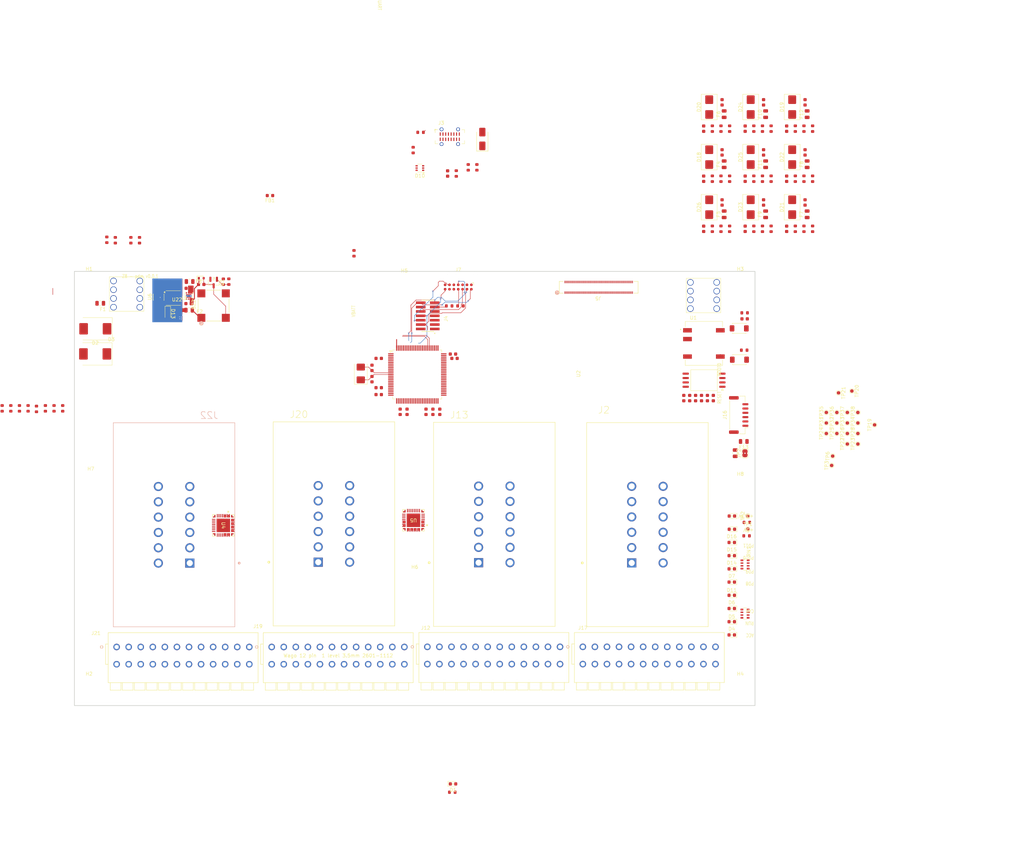
<source format=kicad_pcb>
(kicad_pcb (version 20241229) (generator "pcbnew") (generator_version "9.0")
  (title_block (title "l8 PCB") (date "2024-05-30") (rev "1.00") (company "DNT"))
  (layers (0 "F.Cu" signal) (4 "In1.Cu" signal) (6 "In2.Cu" signal) (2 "B.Cu" signal) (13 "F.Paste" user) (15 "B.Paste" user) (5 "F.SilkS" user "F.Silkscreen") (7 "B.SilkS" user "B.Silkscreen") (1 "F.Mask" user) (3 "B.Mask" user) (25 "Edge.Cuts" user))
  (net 0 "")
  (net 1 "Net-(U3-PH0)")
  (net 2 "Net-(D4-K)")
  (net 3 "Net-(D5-K)")
  (net 4 "Net-(D6-K)")
  (net 5 "Net-(U3-VCAP_2)")
  (net 6 "/CAN1_RX")
  (net 7 "/MCU/BOOT0")
  (net 8 "Net-(U3-VCAP_1)")
  (net 9 "/MCU/BOOT1")
  (net 10 "/GND_ISO")
  (net 11 "+BATT")
  (net 12 "Net-(U22-OUT)")
  (net 13 "/MCU/PB10")
  (net 14 "/+5V_ISO")
  (net 15 "/CAN1_TX")
  (net 16 "/MCU/NRST")
  (net 17 "Net-(U3-PH1)")
  (net 18 "Net-(J3-SHIELD)")
  (net 19 "Net-(J3-CC1)")
  (net 20 "CAN_POWER")
  (net 21 "/VIPOWER_CS1")
  (net 22 "/MCU/PD12")
  (net 23 "/MCU/PD13")
  (net 24 "/MCU/PD14")
  (net 25 "/MCU/PD15")
  (net 26 "/connectors/SENSE_GROUND")
  (net 27 "/HC_1")
  (net 28 "/VIPOWER_SDI")
  (net 29 "/MCU/SYS_JTDO-SWO")
  (net 30 "/MCU/SYS_JTMS-SWDIO")
  (net 31 "Net-(D11-K)")
  (net 32 "/MCU/SYS_JTCK-SWCLK")
  (net 33 "/MCU/PB9")
  (net 34 "/MCU/PB11")
  (net 35 "/MCU/USART1_RX")
  (net 36 "/MCU/PB8")
  (net 37 "/MCU/PB12")
  (net 38 "/MCU/USART1_TX")
  (net 39 "/USB_OTG_FS_DP")
  (net 41 "/VIPOWER_SCK")
  (net 42 "/VIPOWER_CS2")
  (net 43 "/HC_10")
  (net 44 "/HC_11")
  (net 45 "/HC_7")
  (net 46 "/VIPOWER_PWM")
  (net 47 "/HC_6")
  (net 48 "/VIPOWER_DI0")
  (net 49 "/MCU/PB4")
  (net 50 "/MCU/PC9")
  (net 51 "/VIPOWER_DI1")
  (net 52 "/HC_3")
  (net 53 "/MCU/PE9")
  (net 54 "Net-(D10-Pad5)")
  (net 55 "/MCU/PE1")
  (net 56 "/VIPOWER_SDO")
  (net 57 "/MCU/PA8")
  (net 58 "/MCU/PB1")
  (net 59 "/MCU/PE7")
  (net 60 "/HC_2")
  (net 61 "/MCU/PA10")
  (net 62 "/MCU/SPI2_IRQ")
  (net 63 "/MCU/PE10")
  (net 64 "/MCU/PE0")
  (net 65 "/MCU/PE12")
  (net 66 "/MCU/PD8")
  (net 67 "/MCU/PC7")
  (net 68 "/MCU/PD7")
  (net 69 "/MCU/PC8")
  (net 71 "/MCU/PD9")
  (net 72 "/HC_5")
  (net 73 "/MCU/PD10")
  (net 74 "/HC_4")
  (net 75 "/MCU/PE11")
  (net 76 "/MCU/PD11")
  (net 77 "/MCU/PB5")
  (net 78 "/MCU/PE8")
  (net 79 "Net-(J4-GNDDetect)")
  (net 80 "/MCU/SPI4_SDI")
  (net 82 "+5V")
  (net 84 "/USB_OTG_FS_DM")
  (net 85 "/USB_OTG_FS_VBUS")
  (net 88 "Net-(J7-GNDDetect)")
  (net 93 "Net-(D8-K)")
  (net 94 "Net-(U6-FB)")
  (net 95 "Net-(D2-A)")
  (net 96 "GND")
  (net 98 "Net-(D1-K)")
  (net 99 "Net-(U6-CB)")
  (net 100 "Net-(D9-K)")
  (net 101 "/MCU/SPI2_SDO")
  (net 104 "Net-(JP2-A)")
  (net 105 "/MCU/SPI2_SDI")
  (net 106 "/MCU/SPI2_SCK")
  (net 107 "/MCU/SPI4_SCK")
  (net 108 "/MCU/SPI4_IRQ")
  (net 109 "/MCU/SPI2_CS")
  (net 110 "Net-(D7-K)")
  (net 111 "Net-(D14-K)")
  (net 112 "Net-(D15-K)")
  (net 113 "Net-(D16-K)")
  (net 114 "/connectors/5V_SENSOR_POWER")
  (net 115 "/connectors/+5V_ISO")
  (net 116 "Net-(C19-Pad1)")
  (net 118 "/MCU/SYS_WKUP")
  (net 119 "/MCU/SPI4_SDO")
  (net 120 "/MCU/SPI2_IRQ2")
  (net 121 "/SENSE_3")
  (net 122 "/vipower/VN9E30F/CS")
  (net 123 "/vipower/VN9E30F/SDI")
  (net 124 "/vipower/VN9E30F/SCK")
  (net 125 "/vipower/VN9E30F1/CS")
  (net 126 "Net-(U4-CSN)")
  (net 127 "/vipower/VN9E30F/SDO")
  (net 128 "Net-(U4-SDO)")
  (net 129 "/vipower/VN9E30F/PWM")
  (net 130 "/vipower/VN9E30F/DI0")
  (net 131 "/connectors/GND_ISO")
  (net 132 "/vipower/VN9E30F/DI1")
  (net 133 "Net-(U5-CSN)")
  (net 134 "Net-(U5-SDO)")
  (net 136 "+3.3V")
  (net 137 "+12V")
  (net 138 "Net-(C29-Pad1)")
  (net 139 "/ADC1_IN2")
  (net 140 "Net-(C32-Pad1)")
  (net 141 "/ADC1_IN3")
  (net 142 "Net-(C34-Pad1)")
  (net 143 "/ADC1_IN4")
  (net 144 "Net-(C36-Pad1)")
  (net 145 "/ADC1_IN6")
  (net 146 "Net-(C38-Pad1)")
  (net 147 "/ADC1_IN7")
  (net 148 "Net-(C40-Pad1)")
  (net 149 "/ADC1_IN8")
  (net 150 "Net-(C42-Pad1)")
  (net 151 "/ADC1_IN10")
  (net 152 "Net-(C44-Pad1)")
  (net 153 "/ADC1_IN15")
  (net 154 "/ADC1_IN1")
  (net 155 "Net-(C48-Pad1)")
  (net 156 "Net-(D18-A)")
  (net 157 "Net-(D18-K)")
  (net 158 "Net-(D19-A)")
  (net 159 "Net-(D19-K)")
  (net 160 "Net-(D20-A)")
  (net 161 "Net-(D20-K)")
  (net 162 "Net-(D21-K)")
  (net 163 "Net-(D21-A)")
  (net 164 "Net-(D22-K)")
  (net 165 "Net-(D22-A)")
  (net 166 "Net-(D23-K)")
  (net 167 "Net-(D23-A)")
  (net 168 "Net-(D24-K)")
  (net 169 "Net-(D24-A)")
  (net 170 "Net-(D25-A)")
  (net 171 "Net-(D25-K)")
  (net 172 "Net-(D26-A)")
  (net 173 "Net-(D26-K)")
  (net 174 "/SENSE_2")
  (net 175 "/SENSE_4")
  (net 176 "/SENSE_5")
  (net 177 "/SENSE_6")
  (net 178 "/SENSE_7")
  (net 179 "/SENSE_8")
  (net 180 "/SENSE_9")
  (net 181 "/SENSE_1")
  (net 182 "/CAN_L")
  (net 183 "/CAN_H")
  (net 184 "/MCU/LCD_RESET")
  (net 185 "/MCU/LCD_LED")
  (net 186 "/MCU/SENSOR_ON")
  (net 187 "/MCU/SPI4_CS_2")
  (net 188 "/MCU/SPI4_CS_1")
  (net 189 "/MCU/LCD_ON")
  (net 191 "/HC_8")
  (net 192 "/HC_9")
  (net 194 "Net-(J3-CC2)")
  (net 195 "Net-(BZ2--)")
  (net 196 "Net-(Q1-G)")
  (net 198 "/MCU/PA4")
  (net 215 "/TIM1_CH3")
  (net 216 "+3.3VP")
  (net 217 "Net-(D13-K)")
  (footprint "TestPoint:TestPoint_Pad_D1.0mm" (layer "F.Cu") (at 330.74 112.01 -90)
    (property "Reference" "TP21")
    (property "Value" "PE0")
  )
  (footprint "PCM_JLCPCB:R_0603" (layer "F.Cu") (at 88.03 116.5 90)
    (property "Reference" "R2" (hide yes))
    (property "Value" "2.7kΩ")
  )
  (footprint "PCM_JLCPCB:C_0603" (layer "F.Cu") (at 303.645 35.335 90)
    (property "Reference" "C43" (hide yes))
    (property "Value" "10nF")
  )
  (footprint "PCM_JLCPCB:R_0603" (layer "F.Cu") (at 118.4 67.585 90)
    (property "Reference" "R23" (hide yes))
    (property "Value" "2.7kΩ")
  )
  (footprint "TestPoint:TestPoint_Pad_D1.0mm" (layer "F.Cu") (at 327.2 117.7 90)
    (property "Reference" "TP35")
    (property "Value" "PE0")
  )
  (footprint "PCM_JLCPCB:R_0603" (layer "F.Cu") (at 294.115 35.335 90)
    (property "Reference" "R31" (hide yes))
    (property "Value" "100Ω")
  )
  (footprint "PCM_JLCPCB:R_0603" (layer "F.Cu") (at 207.3015 41.5535 90)
    (property "Reference" "R17" (hide yes))
    (property "Value" "2.2kΩ")
  )
  (footprint "dnt:WAGO 2601-1112" (layer "F.Cu") (at 211.419995 185.71)
    (property "Reference" "J12")
    (property "Value" "Wago 12 pin  1 level 3.5mm 2601-1112" (hide yes))
  )
  (footprint "Package_SON:WSON-6-1EP_2x2mm_P0.65mm_EP1x1.6mm_ThermalVias" (layer "F.Cu") (at 142.1725 83.89 -90)
    (property "Reference" "U22")
    (property "Value" "TLV76733DRVx")
  )
  (footprint "Fuse:Fuse_0805_2012Metric" (layer "F.Cu") (at 309.585 31.125 90)
    (property "Reference" "F10")
    (property "Value" "Fuse_16V_500mA_100A_1A_150mΩ_0805_PTC_Resettable_Fuses_ROHS")
  )
  (footprint "PCM_JLCPCB:R_0603" (layer "F.Cu") (at 303.49 88.78)
    (property "Reference" "R43" (hide yes))
    (property "Value" "10kΩ")
  )
  (footprint "Resistor_SMD:R_Array_Convex_4x0603" (layer "F.Cu") (at 303.6 176.08 180)
    (property "Reference" "RN2" (hide yes))
    (property "Value" "1k")
  )
  (footprint "dnt:QFN6x6_VN9D30_STM-cleanimport" (layer "F.Cu") (at 152.21 150.46 -90)
    (property "Reference" "U4")
    (property "Value" "VN9E30F")
  )
  (footprint "PCM_JLCPCB:R_0603" (layer "F.Cu") (at 132.445 80.31 -90)
    (property "Reference" "R18" (hide yes))
    (property "Value" "10kΩ")
  )
  (footprint "PCM_JLCPCB:C_0603" (layer "F.Cu") (at 303.645 49.865 90)
    (property "Reference" "C45" (hide yes))
    (property "Value" "10nF")
  )
  (footprint "MountingHole:MountingHole_4.3mm_M4_DIN965" (layer "F.Cu") (at 113.75 138.75)
    (property "Reference" "H7")
    (property "Value" "MountingHole_-_4MM")
  )
  (footprint "PCM_JLCPCB:C_0603" (layer "F.Cu") (at 308.985 42.225 90)
    (property "Reference" "C44" (hide yes))
    (property "Value" "1nF")
  )
  (footprint "Diode_SMD:D_SMC" (layer "F.Cu") (at 115.0675 93.41 180)
    (property "Reference" "D2")
    (property "Value" "B340")
  )
  (footprint "dnt:M6_Hole_8Pin_7461084" (layer "F.Cu") (at 291.57 83.75 90)
    (property "Reference" "J11" (hide yes))
    (property "Value" "RedCubeTerminal" (hide yes))
  )
  (footprint "PCM_JLCPCB:R_0603" (layer "F.Cu") (at 296.625 49.865 90)
    (property "Reference" "R26" (hide yes))
    (property "Value" "47kΩ")
  )
  (footprint "PCM_JLCPCB:R_0603" (layer "F.Cu") (at 153.805 79.74 -90)
    (property "Reference" "R9" (hide yes))
    (property "Value" "10kΩ")
  )
  (footprint "PCM_JLCPCB:R_0603" (layer "F.Cu") (at 103.09 116.5 90)
    (property "Reference" "R22" (hide yes))
    (property "Value" "2.7kΩ")
  )
  (footprint "TestPoint:TestPoint_Pad_D1.0mm" (layer "F.Cu") (at 333.3 120.75 90)
    (property "Reference" "TP33")
    (property "Value" "PE0")
  )
  (footprint "dnt:LED_0603_1608Metric - polarity" (layer "F.Cu") (at 299.790002 151.583333 180)
    (property "Reference" "D8" (hide yes))
    (property "Value" "LED-RED")
  )
  (footprint "MountingHole:MountingHole_4.3mm_M4_DIN965" (layer "F.Cu") (at 113.25 198.25)
    (property "Reference" "H2")
    (property "Value" "MountingHole_-_4MM")
  )
  (footprint "TestPoint:TestPoint_Pad_D1.0mm" (layer "F.Cu") (at 334.61 111.47 -90)
    (property "Reference" "TP20")
    (property "Value" "PE0")
  )
  (footprint "TestPoint:TestPoint_Pad_D1.0mm" (layer "F.Cu") (at 333.3 126.85 90)
    (property "Reference" "TP22")
    (property "Value" "PE0")
  )
  (footprint "Fuse:Fuse_0805_2012Metric" (layer "F.Cu") (at 303.24 126.11 180)
    (property "Reference" "F13")
    (property "Value" "Fuse_16V_500mA_100A_1A_150mΩ_0805_PTC_Resettable_Fuses_ROHS")
  )
  (footprint "Fuse:Fuse_0805_2012Metric" (layer "F.Cu") (at 321.625 45.655 90)
    (property "Reference" "F8")
    (property "Value" "Fuse_16V_500mA_100A_1A_150mΩ_0805_PTC_Resettable_Fuses_ROHS")
  )
  (footprint "Fuse:Fuse_0805_2012Metric" (layer "F.Cu") (at 321.625 31.125 90)
    (property "Reference" "F12")
    (property "Value" "Fuse_16V_500mA_100A_1A_150mΩ_0805_PTC_Resettable_Fuses_ROHS")
  )
  (footprint "dnt:WAGO 2601-1112" (layer "F.Cu") (at 256.54 185.71)
    (property "Reference" "J17")
    (property "Value" "Wago 12 pin  1 level 3.5mm 2601-1112" (hide yes))
  )
  (footprint "dnt:LED_0603_1608Metric - polarity" (layer "F.Cu") (at 299.750002 174.583333 180)
    (property "Reference" "D6")
    (property "Value" "LED-RED")
  )
  (footprint "Package_QFP:LQFP-100_14x14mm_P0.5mm" (layer "F.Cu") (at 208.500002 106.675)
    (property "Reference" "U3" (hide yes))
    (property "Value" "STM32F427V_G-I_Tx")
  )
  (footprint "PCM_JLCPCB:R_0603" (layer "F.Cu") (at 125.38 67.71 90)
    (property "Reference" "R12" (hide yes))
    (property "Value" "2.7kΩ")
  )
  (footprint "Diode_SMD:D_MicroSMP_AK" (layer "F.Cu") (at 136.095 89.030002 -90)
    (property "Reference" "D13")
    (property "Value" "Diode - Schotty V1P6-M3/H 60V 1A")
  )
  (footprint "PCM_JLCPCB:C_0603" (layer "F.Cu") (at 289.261 113.52 90)
    (property "Reference" "C28" (hide yes))
    (property "Value" "10uF")
  )
  (footprint "dnt:LED_0603_1608Metric - polarity" (layer "F.Cu") (at 299.750002 163.083333 180)
    (property "Reference" "D14")
    (property "Value" "LED-WHITE")
  )
  (footprint "PCM_JLCPCB:R_0603" (layer "F.Cu") (at 308.665 35.335 90)
    (property "Reference" "R50" (hide yes))
    (property "Value" "47kΩ")
  )
  (footprint "PCM_JLCPCB:C_0603" (layer "F.Cu") (at 197.302581 112.502579)
    (property "Reference" "C11" (hide yes))
    (property "Value" "100nF")
  )
  (footprint "PCM_JLCPCB:C_0603" (layer "F.Cu") (at 321.025 27.695 90)
    (property "Reference" "C32" (hide yes))
    (property "Value" "1nF")
  )
  (footprint "PCM_JLCPCB:C_0603" (layer "F.Cu") (at 145.795 80.54)
    (property "Reference" "C2" (hide yes))
    (property "Value" "100nF")
  )
  (footprint "PCM_JLCPCB:C_0603" (layer "F.Cu") (at 294.403 113.52 90)
    (property "Reference" "C17" (hide yes))
    (property "Value" "100nF")
  )
  (footprint "PCM_Diode_SMD_AKL:D_SMB_TVS" (layer "F.Cu") (at 317.29 43.6 90)
    (property "Reference" "D22")
    (property "Value" "SMBJ24CA" (hide yes))
  )
  (footprint "PCM_JLCPCB:R_0603" (layer "F.Cu") (at 299.135 35.335 90)
    (property "Reference" "R37" (hide yes))
    (property "Value" "10kΩ")
  )
  (footprint "TestPoint:TestPoint_Pad_D1.0mm" (layer "F.Cu") (at 330.25 123.8 90)
    (property "Reference" "TP25")
    (property "Value" "PE0")
  )
  (footprint "PCM_JLCPCB:R_0603" (layer "F.Cu") (at 308.665 64.395 90)
    (property "Reference" "R47" (hide yes))
    (property "Value" "47kΩ")
  )
  (footprint "Diode_SMD:D_SMC" (layer "F.Cu") (at 115.0175 100.7 180)
    (property "Reference" "D3")
    (property "Value" "SM15T100CA")
  )
  (footprint "PCM_JLCPCB:R_0603" (layer "F.Cu") (at 217.750002 86.775)
    (property "Reference" "R35" (hide yes))
    (property "Value" "100Ω")
  )
  (footprint "dnt:Tag-Connect_TC2070-IDC-FP_2x07_P1.27mm_Vertical" (layer "F.Cu") (at 220.380002 81.291 180)
    (property "Reference" "J7")
    (property "Value" "Conn_TagConnect_2070")
  )
  (footprint "TestPoint:TestPoint_Pad_D1.0mm" (layer "F.Cu") (at 341.2 121.3 90)
    (property "Reference" "TP19")
    (property "Value" "PE0")
  )
  (footprint "PCM_JLCPCB:R_0603" (layer "F.Cu") (at 219.8115 48.3485 90)
    (property "Reference" "R59" (hide yes))
    (property "Value" "1MΩ")
  )
  (footprint "dnt:LED_0603_1608Metric - polarity" (layer "F.Cu") (at 299.750002 155.416667 180)
    (property "Reference" "D16")
    (property "Value" "LED-YELLOW")
  )
  (footprint "PCM_JLCPCB:C_0603" (layer "F.Cu") (at 315.685 64.395 90)
    (property "Reference" "C37" (hide yes))
    (property "Value" "10nF")
  )
  (footprint "PCM_JLCPCB:R_0603" (layer "F.Cu") (at 90.54 116.5 90)
    (property "Reference" "R3" (hide yes))
    (property "Value" "2.7kΩ")
  )
  (footprint "PCM_JLCPCB:C_0603" (layer "F.Cu") (at 215.027581 117.502579 -90)
    (property "Reference" "C8" (hide yes))
    (property "Value" "2.2uF")
  )
  (footprint "MountingHole:MountingHole_4.3mm_M4_DIN965" (layer "F.Cu") (at 113.25 80.75)
    (property "Reference" "H1")
    (property "Value" "MountingHole_-_4MM")
  )
  (footprint "PCM_JLCPCB:R_0603" (layer "F.Cu") (at 323.215 64.395 90)
    (property "Reference" "R40" (hide yes))
    (property "Value" "10kΩ")
  )
  (footprint "PCM_JLCPCB:C_0603" (layer "F.Cu") (at 296.945 42.225 90)
    (property "Reference" "C29" (hide yes))
    (property "Value" "1nF")
  )
  (footprint "PCM_JLCPCB:C_0603" (layer "F.Cu") (at 321.025 56.755 90)
    (property "Reference" "C36" (hide yes))
    (property "Value" "1nF")
  )
  (footprint "dnt:SAMTEC_FTSH-107-01-F-DV-K-Fix" (layer "F.Cu") (at 211.532002 89.647625 90)
    (property "Reference" "J4")
    (property "Value" "Conn_ST_STDC14")
  )
  (footprint "PCM_JLCPCB:R_0603" (layer "F.Cu") (at 223.2815 46.5585 90)
    (property "Reference" "R5" (hide yes))
    (property "Value" "5.1kΩ")
  )
  (footprint "PCM_JLCPCB:R_0603" (layer "F.Cu") (at 320.705 35.335 90)
    (property "Reference" "R61" (hide yes))
    (property "Value" "47kΩ")
  )
  (footprint "Package_SO:SOIC-8_7.5x5.85mm_P1.27mm" (layer "F.Cu") (at 291.71 108.335 180)
    (property "Reference" "U2")
    (property "Value" "ISO1042-Q1")
  )
  (footprint "dnt:LED_0603_1608Metric - polarity" (layer "F.Cu") (at 299.750002 166.916667 180)
    (property "Reference" "D7")
    (property "Value" "LED-YELLOW")
  )
  (footprint "Fuse:Fuse_0805_2012Metric" (layer "F.Cu") (at 297.545 31.125 90)
    (property "Reference" "F6")
    (property "Value" "Fuse_16V_500mA_100A_1A_150mΩ_0805_PTC_Resettable_Fuses_ROHS")
  )
  (footprint "Package_TO_SOT_SMD:SOT-23" (layer "F.Cu") (at 149.41 79.9875 -90)
    (property "Reference" "Q1")
    (property "Value" "AO3400A")
  )
  (footprint "PCM_JLCPCB:C_0603" (layer "F.Cu") (at 303.645 64.395 90)
    (property "Reference" "C41" (hide yes))
    (property "Value" "10nF")
  )
  (footprint "PCM_JLCPCB:C_0603" (layer "F.Cu") (at 217.3015 48.3485 90)
    (property "Reference" "C46" (hide yes))
    (property "Value" "100nF")
  )
  (footprint "PCM_JLCPCB:C_0603" (layer "F.Cu") (at 195.350002 108.025 -90)
    (property "Reference" "C14" (hide yes))
    (property "Value" "18pF")
  )
  (footprint "PCM_JLCPCB:SW_TS-1088-AR02016" (layer "F.Cu") (at 301.91 93.29 180)
    (property "Reference" "SW2" (hide yes))
    (property "Value" "Tactile Button, 160gf")
  )
  (footprint "PCM_Diode_SMD_AKL:D_SMB_TVS" (layer "F.Cu") (at 317.29 58.13 90)
    (property "Reference" "D21")
    (property "Value" "SMBJ24CA" (hide yes))
  )
  (footprint "PCM_JLCPCB:C_0603" (layer "F.Cu") (at 142.13 86.1 180)
    (property "Reference" "C21" (hide yes))
    (property "Value" "10uF")
  )
  (footprint "PCM_JLCPCB:C_0603" (layer "F.Cu") (at 287.547 113.52 90)
    (property "Reference" "C25" (hide yes))
    (property "Value" "100nF")
  )
  (footprint "MountingHole:MountingHole_4.3mm_M4_DIN965" (layer "F.Cu") (at 207.75 167.25)
    (property "Reference" "H6")
    (property "Value" "MountingHole_-_4MM")
  )
  (footprint "PCM_JLCPCB:R_0603" (layer "F.Cu") (at 93.05 116.5 90)
    (property "Reference" "R7" (hide yes))
    (property "Value" "2.7kΩ")
  )
  (footprint "Connector_USB:USB_C_Receptacle_G-Switch_GT-USB-7051x" (layer "F.Cu") (at 217.9415 37.6685)
    (property "Reference" "J3")
    (property "Value" "USB_C_Receptacle_USB2.0_16P-GT-USB-7051A")
  )
  (footprint "PCM_JLCPCB:R_0603" (layer "F.Cu") (at 318.195 35.335 90)
    (property "Reference" "R60" (hide yes))
    (property "Value" "100Ω")
  )
  (footprint "dnt:TE_DT15-12PC-B016" (layer "F.Cu") (at 275.28 150.24)
    (property "Reference" "J2")
    (property "Value" "TE_DT15-12PC-B016 -Conn_01x12")
  )
  (footprint "PCM_JLCPCB:C_0603" (layer "F.Cu") (at 291.605 64.395 90)
    (property "Reference" "C33" (hide yes))
    (property "Value" "10nF")
  )
  (footprint "PCM_JLCPCB:R_0603" (layer "F.Cu") (at 209.448 36.407 180)
    (property "Reference" "R16" (hide yes))
    (property "Value" "10kΩ")
  )
  (footprint "PCM_JLCPCB:C_0603" (layer "F.Cu") (at 315.685 35.335 90)
    (property "Reference" "C47" (hide yes))
    (property "Value" "10nF")
  )
  (footprint "PCM_JLCPCB:R_0603" (layer "F.Cu") (at 304.06 153.49 180)
    (property "Reference" "R20" (hide yes))
    (property "Value" "2.2kΩ")
  )
  (footprint "PCM_JLCPCB:C_0603" (layer "F.Cu") (at 308.985 27.695 90)
    (property "Reference" "C42" (hide yes))
    (property "Value" "1nF")
  )
  (footprint "Crystal:Crystal_SMD_5032-2Pin_5.0x3.2mm" (layer "F.Cu") (at 192.100002 106.375 90)
    (property "Reference" "X1" (hide yes))
    (property "Value" "8MHz 20pF")
  )
  (footprint "dnt:CONN_DF40HC-100DS_HIR" (layer "F.Cu") (at 261.14 81.369999 180)
    (property "Reference" "J5")
    (property "Value" "DF40HC3.0-100DS-0.4V51")
  )
  (footprint "PCM_JLCPCB:R_0603" (layer "F.Cu") (at 294.115 64.395 90)
    (property "Reference" "R28" (hide yes))
    (property "Value" "100Ω")
  )
  (footprint "TestPoint:TestPoint_Pad_D1.0mm" (layer "F.Cu") (at 328.74 133.07 90)
    (property "Reference" "TP3")
    (property "Value" "PE0")
  )
  (footprint "Fuse:Fuse_0805_2012Metric" (layer "F.Cu") (at 309.585 45.655 90)
    (property "Reference" "F11")
    (property "Value" "Fuse_16V_500mA_100A_1A_150mΩ_0805_PTC_Resettable_Fuses_ROHS")
  )
  (footprint "PCM_JLCPCB:R_0603" (layer "F.Cu") (at 296.625 64.395 90)
    (property "Reference" "R29" (hide yes))
    (property "Value" "47kΩ")
  )
  (footprint "PCM_JLCPCB:R_0603" (layer "F.Cu") (at 152.215 79.76 90)
    (property "Reference" "R8" (hide yes))
    (property "Value" "100Ω")
  )
  (footprint "PCM_JLCPCB:D_SMA" (layer "F.Cu") (at 227.37 38.33 90)
    (property "Reference" "D17" (hide yes))
    (property "Value" "SS14")
  )
  (footprint "dnt:LED_0603_1608Metric - polarity" (layer "F.Cu") (at 299.750002 170.75 180)
    (property "Reference" "D11")
    (property "Value" "LED-YELLOW")
  )
  (footprint "PCM_Diode_SMD_AKL:D_SMB_TVS" (layer "F.Cu") (at 293.21 43.6 90)
    (property "Reference" "D18")
    (property "Value" "SMBJ24CA" (hide yes))
  )
  (footprint "TestPoint:TestPoint_Pad_D1.0mm" (layer "F.Cu") (at 333.3 123.8 90)
    (property "Reference" "TP26")
    (property "Value" "PE0")
  )
  (footprint "PCM_JLCPCB:C_0603" (layer "F.Cu") (at 205.527581 117.502579 90)
    (property "Reference" "C23" (hide yes))
    (property "Value" "1uF")
  )
  (footprint "TestPoint:TestPoint_Pad_D1.0mm" (layer "F.Cu") (at 329.04 130.35 90)
    (property "Reference" "TP6")
    (property "Value" "PE0")
  )
  (footprint "PCM_JLCPCB:R_0603" (layer "F.Cu") (at 303.36 99.62)
    (property "Reference" "R45" (hide yes))
    (property "Value" "10kΩ")
  )
  (footprint "Resistor_SMD:R_Array_Convex_4x0603" (layer "F.Cu") (at 303.61 161.8 180)
    (property "Reference" "RN1")
    (property "Value" "1k")
  )
  (footprint "PCM_JLCPCB:R_0603" (layer "F.Cu") (at 311.175 64.395 90)
    (property "Reference" "R48" (hide yes))
    (property "Value" "10kΩ")
  )
  (footprint "PCM_Diode_SMD_AKL:D_SMB_TVS" (layer "F.Cu") (at 305.25 43.6 90)
    (property "Reference" "D25")
    (property "Value" "SMBJ24CA" (hide yes))
  )
  (footprint "PCM_JLCPCB:R_0603" (layer "F.Cu") (at 221.025002 86.775)
    (property "Reference" "R6" (hide yes))
    (property "Value" "100Ω")
  )
  (footprint "PCM_JLCPCB:R_0603" (layer "F.Cu") (at 311.175 35.335 90)
    (property "Reference" "R51" (hide yes))
    (property "Value" "10kΩ")
  )
  (footprint "PCM_JLCPCB:R_0603" (layer "F.Cu") (at 304.14 149.6 180)
    (property "Reference" "R21" (hide yes))
    (property "Value" "2.2kΩ")
  )
  (footprint "Jumper:SolderJumper-2_P1.3mm_Bridged2Bar_RoundedPad1.0x1.5mm" (layer "F.Cu") (at 303.59 129.53 90)
    (property "Reference" "JP2")
    (property "Value" "SolderJumper_2_Bridged")
  )
  (footprint "MountingHole:MountingHole_4.3mm_M4_DIN965" (layer "F.Cu") (at 302.25 198.25)
    (property "Reference" "H4")
    (property "Value" "MountingHole_-_4MM")
  )
  (footprint "PCM_JLCPCB:C_0603" (layer "F.Cu") (at 291.605 49.865 90)
    (property "Reference" "C31" (hide yes))
    (property "Value" "10nF")
  )
  (footprint "Package_TO_SOT_SMD:SOT-23-6" (layer "F.Cu") (at 133.445 84.2475 -90)
    (property "Reference" "U6")
    (property "Value" "LMR14206")
  )
  (footprint "PCM_JLCPCB:R_0603" (layer "F.Cu") (at 306.155 35.335 90)
    (property "Reference" "R49" (hide yes))
    (property "Value" "100Ω")
  )
  (footprint "PCM_JLCPCB:C_0603" (layer "F.Cu") (at 296.945 27.695 90)
    (property "Reference" "C34" (hide yes))
    (property "Value" "1nF")
  )
  (footprint "Fuse:Fuse_0805_2012Metric" (layer "F.Cu") (at 142.4275 79.69)
    (property "Reference" "F3")
    (property "Value" "Fuse_16V_500mA_100A_1A_150mΩ_0805_PTC_Resettable_Fuses_ROHS")
  )
  (footprint "PCM_JLCPCB:R_0603" (layer "F.Cu") (at 218.65 227.9)
    (property "Reference" "R4" (hide yes))
    (property "Value" "2.2kΩ")
  )
  (footprint "PCM_JLCPCB:C_0603" (layer "F.Cu") (at 197.302581 110.502579 180)
    (property "Reference" "C9" (hide yes))
    (property "Value" "100nF")
  )
  (footprint "dnt:LED_0603_1608Metric - polarity" (layer "F.Cu") (at 299.750002 178.416667 180)
    (property "Reference" "D5")
    (property "Value" "LED-WHITE")
  )
  (footprint "PCM_JLCPCB:C_0603" (layer "F.Cu") (at 211.027581 117.502579 90)
    (property "Reference" "C26" (hide yes))
    (property "Value" "10uF")
  )
  (footprint "Inductor_SMD:L_Sunlord_SWPA4030S" (layer "F.Cu") (at 137.695 84.4975)
    (property "Reference" "L1")
    (property "Value" "3.3uH")
  )
  (footprint "Package_TO_SOT_SMD:SOT-363_SC-70-6" (layer "F.Cu") (at 209.2515 46.7685 180)
    (property "Reference" "D10")
    (property "Value" "NUP4202")
  )
  (footprint "PCM_JLCPCB:R_0603" (layer "F.Cu") (at 320.705 49.865 90)
    (property "Reference" "R42" (hide yes))
    (property "Value" "47kΩ")
  )
  (footprint "dnt:JST_GH_BM06B-GHS-TBT_1x06-1MP_P1.25mm_Vertical" (layer "F.Cu") (at 301.76 118.425 90)
    (property "Reference" "J16")
    (property "Value" "JST  GH")
  )
  (footprint "PCM_JLCPCB:R_0603" (layer "F.Cu") (at 299.135 64.395 90)
    (property "Reference" "R30" (hide yes))
    (property "Value" "10kΩ")
  )
  (footprint "PCM_JLCPCB:C_0603" (layer "F.Cu") (at 296.945 56.755 90)
    (property "Reference" "C48" (hide yes))
    (property "Value" "1nF")
  )
  (footprint "PCM_JLCPCB:C_0603" (layer "F.Cu") (at 203.527581 117.502579 90)
    (property "Reference" "C12" (hide yes))
    (property "Value" "100nF")
  )
  (footprint "PCM_JLCPCB:R_0603" (layer "F.Cu") (at 311.175 49.865 90)
    (property "Reference" "R58" (hide yes))
    (property "Value" "10kΩ")
  )
  (footprint "dnt:TE_DT15-12PC-B016" (layer "F.Cu") (at 184.310002 150.025)
    (property "Reference" "J20")
    (property "Value" "TE_DT15-12PC-B016 -Conn_01x12")
  )
  (footprint "Fuse:Fuse_0805_2012Metric" (layer "F.Cu") (at 297.545 60.185 90)
    (property "Reference" "F5")
    (property "Value" "Fuse_16V_500mA_100A_1A_150mΩ_0805_PTC_Resettable_Fuses_ROHS")
  )
  (footprint "TestPoint:TestPoint_Pad_D1.0mm" (layer "F.Cu") (at 304.41 147.73 90)
    (property "Reference" "TP2")
    (property "Value" "PE0")
  )
  (footprint "dnt:QFN6x6_VN9D30_STM-cleanimport" (layer "F.Cu") (at 207.39 148.98 180)
    (property "Reference" "U5")
    (property "Value" "VN9E30F")
  )
  (footprint "PCM_JLCPCB:R_0603" (layer "F.Cu") (at 95.56 116.5 90)
    (property "Reference" "R11" (hide yes))
    (property "Value" "2.7kΩ")
  )
  (footprint "PCM_JLCPCB:C_0805" (layer "F.Cu") (at 138.245 88.9975 -90)
    (property "Reference" "C19" (hide yes))
    (property "Value" "22uF")
  )
  (footprint "PCM_JLCPCB:R_0603" (layer "F.Cu") (at 294.115 49.865 90)
    (property "Reference" "R25" (hide yes))
    (property "Value" "100Ω")
  )
  (footprint "dnt:Buzzer - MLT-8530_JHE" (layer "F.Cu") (at 149.385 86.68 90)
    (property "Reference" "BZ2")
    (property "Value" "Buzzer_-_MLT-8530")
  )
  (footprint "TestPoint:TestPoint_Pad_D1.0mm" (layer "F.Cu") (at 336.35 117.7 90)
    (property "Reference" "TP38")
    (property "Value" "PE0")
  )
  (footprint "PCM_Diode_SMD_AKL:D_SMB_TVS" (layer "F.Cu") (at 293.21 58.13 90)
    (property "Reference" "D26")
    (property "Value" "SMBJ24CA" (hide yes))
  )
  (footprint "PCM_JLCPCB:C_0603" (layer "F.Cu") (at 291.605 35.335 90)
    (property "Reference" "C35" (hide yes))
    (property "Value" "10nF")
  )
  (footprint "PCM_JLCPCB:R_0603" (layer "F.Cu") (at 306.155 64.395 90)
    (property "Reference" "R46" (hide yes))
    (property "Value" "100Ω")
  )
  (footprint "PCM_JLCPCB:R_0603" (layer "F.Cu") (at 225.7915 46.5585 90)
    (property "Reference" "R54" (hide yes))
    (property "Value" "5.1kΩ")
  )
  (footprint "PCM_JLCPCB:D_SOD-523" (layer "F.Cu") (at 145.815 78.72)
    (property "Reference" "D12" (hide yes))
    (property "Value" "RB751S-40")
  )
  (footprint "PCM_JLCPCB:R_0603" (layer "F.Cu") (at 134.195 80.31 -90)
    (property "Reference" "R19" (hide yes))
    (property "Value" "56kΩ")
  )
  (footprint "PCM_JLCPCB:R_0603" (layer "F.Cu") (at 190.13 71.5 90)
    (property "Reference" "R36" (hide yes))
    (property "Value" "10kΩ")
  )
  (footprint "dnt:WAGO 2601-1112" (layer "F.Cu") (at 121.249991 185.75)
    (property "Reference" "J21")
    (property "Value" "Wago 12 pin  1 level 3.5mm 2601-1112" (hide yes))
  )
  (footprint "PCM_JLCPCB:C_0603" (layer "F.Cu") (at 308.985 56.755 90)
    (property "Reference" "C40" (hide yes))
    (property "Value" "1nF")
  )
  (footprint "PCM_Diode_SMD_AKL:D_SMB_TVS" (layer "F.Cu") (at 305.25 58.13 90)
    (property "Reference" "D23")
    (property "Value" "SMBJ24CA" (hide yes))
  )
  (footprint "TestPoint:TestPoint_Pad_D1.0mm" (layer "F.Cu") (at 333.3 117.7 90)
    (property "Reference" "TP37")
    (property "Value" "PE0")
  )
  (footprint "MountingHole:MountingHole_4.3mm_M4_DIN965" (layer "F.Cu") (at 204.75 81.25)
    (property "Reference" "H5")
    (property "Value" "MountingHole_-_4MM")
  )
  (footprint "Resistor_SMD:R_0805_2012Metric" (layer "F.Cu") (at 300.75 129.5125 -90)
    (property "Reference" "R1" (hide yes))
    (property "Value" "120R")
  )
  (footprint "MountingHole:MountingHole_4.3mm_M4_DIN965" (layer "F.Cu") (at 302.25 140.25)
    (property "Reference" "H8")
    (property "Value" "MountingHole_-_4MM")
  )
  (footprint "dnt:LED_0603_1608Metric - polarity" (layer "F.Cu") (at 299.750002 182.25 180)
    (property "Reference" "D4")
    (property "Value" "LED-YELLOW")
  )
  (footprint "PCM_JLCPCB:C_0603" (layer "F.Cu") (at 213.027581 117.502579 90)
    (property "Reference" "C15" (hide yes))
    (property "Value" "100nF")
  )
  (footprint "PCM_JLCPCB:C_0603" (layer "F.Cu") (at 195.350002 104.75 90)
    (property "Reference" "C13" (hide yes))
    (property "Value" "18pF")
  )
  (footprint "PCM_JLCPCB:R_0603" (layer "F.Cu") (at 120.87 67.71 90)
    (property "Reference" "R24" (hide yes))
    (property "Value" "47Ω")
  )
  (footprint "PCM_JLCPCB:R_0603" (layer "F.Cu") (at 308.665 49.865 90)
    (property "Reference" "R53" (hide yes))
    (property "Value" "47kΩ")
  )
  (footprint "PCM_JLCPCB:C_0603" (layer "F.Cu") (at 142.19 81.66 180)
    (property "Reference" "C7" (hide yes))
    (property "Value" "10uF")
  )
  (footprint "TestPoint:TestPoint_Pad_D1.0mm" (layer "F.Cu") (at 336.35 126.85 90)
    (property "Reference" "TP23")
    (property "Value" "PE0")
  )
  (footprint "TestPoint:TestPoint_Pad_D1.0mm" (layer "F.Cu") (at 304.42 151.54)
    (property "Reference" "TP1")
    (property "Value" "PE0")
  )
  (footprint "PCM_JLCPCB:SW_TS-1088-AR02016" (layer "F.Cu") (at 301.98 102.38 180)
    (property "Reference" "SW1" (hide yes))
    (property "Value" "Tactile Button, 160gf")
  )
  (footprint "dnt:TE_DT15-12PC-B016" (layer "F.Cu") (at 230.85 150.17)
    (property "Reference" "J13")
    (property "Value" "TE_DT15-12PC-B016 -Conn_01x12")
  )
  (footprint "Inductor_SMD:L_0603_1608Metric" (layer "F.Cu") (at 165.750002 54.75 180)
    (property "Reference" "FB1")
    (property "Value" "4.7uH")
  )
  (footprint "TestPoint:TestPoint_Pad_D1.0mm" (layer "F.Cu") (at 336.35 123.8 90)
    (property "Reference" "TP28")
    (property "Value" "PE0")
  )
  (footprint "MountingHole:MountingHole_4.3mm_M4_DIN965" (layer "F.Cu") (at 302.25 80.75)
    (property "Reference" "H3")
    (property "Value" "MountingHole_-_4MM")
  )
  (footprint "TestPoint:TestPoint_Pad_D1.0mm" (layer "F.Cu") (at 336.35 120.75 90)
    (property "Reference" "TP34")
    (property "Value" "PE0")
  )
  (footprint "dnt:LED_0603_1608Metric - polarity" (layer "F.Cu") (at 218.87 225.48)
    (property "Reference" "D1")
    (property "Value" "LED-RED")
  )
  (footprint "PCM_JLCPCB:R_0603" (layer "F.Cu") (at 299.135 49.865 90)
    (property "Reference" "R27" (hide yes))
    (property "Value" "10kΩ")
  )
  (footprint "PCM_JLCPCB:R_0603" (layer "F.Cu") (at 323.215 49.865 90)
    (property "Reference" "R44" (hide yes))
    (property "Value" "10kΩ")
  )
  (footprint "Fuse:Fuse_0805_2012Metric" (layer "F.Cu") (at 142.2875 88.01)
    (property "Reference" "F2")
    (property "Value" "Fuse_16V_500mA_100A_1A_150mΩ_0805_PTC_Resettable_Fuses_ROHS")
  )
  (footprint "PCM_JLCPCB:R_0603" (layer "F.Cu") (at 127.89 67.71 90)
    (property "Reference" "R13" (hide yes))
    (property "Value" "47Ω")
  )
  (footprint "Fuse:Fuse_0805_2012Metric" (layer "F.Cu") (at 116.4975 86.01)
    (property "Reference" "F1")
    (property "Value" "Fuse_16V_500mA_100A_1A_150mΩ_0805_PTC_Resettable_Fuses_ROHS")
  )
  (footprint "PCM_JLCPCB:C_0603" (layer "F.Cu") (at 285.833 113.52 -90)
    (property "Reference" "C27" (hide yes))
    (property "Value" "10uF")
  )
  (footprint "dnt:LED_0603_1608Metric - polarity" (layer "F.Cu") (at 299.750002 159.25 180)
    (property "Reference" "D15")
    (property "Value" "LED-RED")
  )
  (footprint "PCM_JLCPCB:R_0603" (layer "F.Cu") (at 318.195 49.865 90)
    (property "Reference" "R41" (hide yes))
    (property "Value" "100Ω")
  )
  (footprint "dnt:B0505_Isolated_SMD" (layer "F.Cu") (at 291.67 97.66)
    (property "Reference" "U1")
    (property "Value" "B0505XT-1WR3")
  )
  (footprint "PCM_JLCPCB:R_0603" (layer "F.Cu") (at 320.705 64.395 90)
    (property "Reference" "R39" (hide yes))
    (property "Value" "47kΩ")
  )
  (footprint "PCM_JLCPCB:C_0603" (layer "F.Cu") (at 290.975 113.52 90)
    (property "Reference" "C24" (hide yes))
    (property "Value" "10uF")
  )
  (footprint "PCM_JLCPCB:C_0603" (layer "F.Cu") (at 303.49 90.53)
    (property "Reference" "C20" (hide yes))
    (property "Value" "10nF")
  )
  (footprint "dnt:LED_0603_1608Metric - polarity" (layer "F.Cu") (at 299.790002 147.75 180)
    (property "Reference" "D9" (hide yes))
    (property "Value" "LED-RED")
  )
  (footprint "PCM_Diode_SMD_AKL:D_SMB_TVS" (layer "F.Cu") (at 317.29 29.07 90)
    (property "Reference" "D19")
    (property "Value" "SMBJ24CA" (hide yes))
  )
  (footprint "PCM_JLCPCB:R_0603" (layer "F.Cu") (at 97.99 116.67 90)
    (property "Reference" "R14" (hide yes))
    (property "Value" "2.7kΩ")
  )
  (footprint "PCM_JLCPCB:C_0603" (layer "F.Cu") (at 315.685 49.865 90)
    (property "Reference" "C39" (hide yes))
    (property "Value" "10nF")
  )
  (footprint "Fuse:Fuse_0805_2012Metric" (layer "F.Cu") (at 321.625 60.185 90)
    (property "Reference" "F7")
    (property "Value" "Fuse_16V_500mA_100A_1A_150mΩ_0805_PTC_Resettable_Fuses_ROHS")
  )
  (footprint "dnt:M6_Hole_8Pin_7461084" (layer "F.Cu") (at 124.16 83.34 90)
    (property "Reference" "J10" (hide yes))
    (property "Value" "RedCubeTerminal" (hide yes))
  )
  (footprint "PCM_JLCPCB:C_0603" (layer "F.Cu") (at 219.302581 102.002579)
    (property "Reference" "C1" (hide yes))
    (property "Value" "2.2uF")
  )
  (footprint "PCM_JLCPCB:R_0603" (layer "F.Cu") (at 323.215 35.335 90)
    (property "Reference" "R62" (hide yes))
    (property "Value" "10kΩ")
  )
  (footprint "dnt:WAGO 2601-1112" (layer "F.Cu") (at 166.24999 185.75)
    (property "Reference" "J19")
    (property "Value" "Wago 12 pin  1 level 3.5mm 2601-1112")
  )
  (footprint "PCM_JLCPCB:C_0603" (layer "F.Cu") (at 321.025 42.225 90)
    (property "Reference" "C38" (hide yes))
    (property "Value" "1nF")
  )
  (footprint "PCM_JLCPCB:C_0805" (layer "F.Cu") (at 133.495 88.26 -90)
    (property "Reference" "C3" (hide yes))
    (property "Value" "10uF")
  )
  (footprint "PCM_JLCPCB:R_0603" (layer "F.Cu") (at 318.195 64.395 90)
    (property "Reference" "R38" (hide yes))
    (property "Value" "100Ω")
  )
  (footprint "TestPoint:TestPoint_Pad_D1.0mm" (layer "F.Cu") (at 330.25 117.7 90)
    (property "Reference" "TP36")
    (property "Value" "PE0")
  )
  (footprint "PCM_Diode_SMD_AKL:D_SMB_TVS" (layer "F.Cu") (at 293.21 29.07 90)
    (property "Reference" "D20")
    (property "Value" "SMBJ24CA" (hide yes))
  )
  (footprint "PCM_JLCPCB:R_0603" (layer "F.Cu") (at 100.58 116.5 90)
    (property "Reference" "R15" (hide yes))
    (property "Value" "2.7kΩ")
  )
  (footprint "PCM_JLCPCB:R_0603" (layer "F.Cu") (at 306.155 49.865 90)
    (property "Reference" "R52" (hide yes))
    (property "Value" "100Ω")
  )
  (footprint "Fuse:Fuse_0805_2012Metric" (layer "F.Cu") (at 309.585 60.185 90)
    (property "Reference" "F9")
    (property "Value" "Fuse_16V_500mA_100A_1A_150mΩ_0805_PTC_Resettable_Fuses_ROHS")
  )
  (footprint "Fuse:Fuse_0805_2012Metric" (layer "F.Cu") (at 297.545 45.655 90)
    (property "Reference" "F4")
    (property "Value" "Fuse_16V_500mA_100A_1A_150mΩ_0805_PTC_Resettable_Fuses_ROHS")
  )
  (footprint "PCM_JLCPCB:R_0603" (layer "F.Cu") (at 296.625 35.335 90)
    (property "Reference" "R34" (hide yes))
    (property "Value" "47kΩ")
  )
  (footprint "PCM_JLCPCB:C_0603" (layer "F.Cu") (at 218.85 100.75 180)
    (property "Reference" "C16" (hide yes))
    (property "Value" "100nF")
  )
  (footprint "PCM_JLCPCB:R_0603" (layer "F.Cu") (at 105.6 116.5 90)
    (property "Reference" "R223" (hide yes))
    (property "Value" "200Ω")
  )
  (footprint "PCM_JLCPCB:C_0603" (layer "F.Cu") (at 136.095 80.335 -90)
    (property "Reference" "C18" (hide yes))
    (property "Value" "100nF")
  )
  (footprint "PCM_JLCPCB:C_0603" (layer "F.Cu") (at 292.689 113.52 -90)
    (property "Reference" "C22" (hide yes))
    (property "Value" "100nF")
  )
  (footprint "TestPoint:TestPoint_Pad_D1.0mm" (layer "F.Cu") (at 330.25 120.75 90)
    (property "Reference" "TP32")
    (property "Value" "PE0")
  )
  (footprint "PCM_JLCPCB:C_0603" (layer "F.Cu") (at 197.302581 102.002579)
    (property "Reference" "C30" (hide yes))
    (property "Value" "100nF")
  )
  (footprint "PCM_Diode_SMD_AKL:D_SMB_TVS" (layer "F.Cu") (at 305.25 29.07 90)
    (property "Reference" "D24")
    (property "Value" "SMBJ24CA" (hide yes))
  )
  (footprint "TestPoint:TestPoint_Pad_D1.0mm" (layer "F.Cu") (at 327.2 123.8 90)
    (property "Reference" "TP24")
    (property "Value" "PE0")
  )
  (footprint "TestPoint:TestPoint_Pad_D1.0mm" (layer "F.Cu") (at 327.2 120.75 90)
    (property "Reference" "TP31")
    (property "Value" "PE0")
  )
  (footprint "dnt:TE_DT15-12PC-B016" (layer "B.Cu") (at 137.92 150.29 180)
    (property "Reference" "J22")
    (property "Value" "TE_DT15-12PC-B016 -Conn_01x12")
  )
  (gr_rect (start 139.125 87.45) (end 141.595 88.55) (fill yes) (layer "F.Cu") (net 116))
  (gr_rect (start 135.2575 80.4825) (end 136.6925 82.2375) (stroke (width 0.2)) (fill yes) (layer "F.Cu") (net 217))
  (gr_rect (start 131.86162 84.72) (end 133.885 88.45838) (stroke (width 0.2)) (fill yes) (layer "F.Cu") (net 137))
  (gr_rect (start 135.155 82.32) (end 136.69 89.255) (stroke (width 0.2)) (fill yes) (layer "F.Cu") (net 217))
  (gr_rect (start 142.09 80.98) (end 143.48 83.11) (stroke (width 0.2)) (fill yes) (layer "F.Cu") (net 12))
  (gr_rect (start 142.58 84.575) (end 143.46 86.445) (stroke (width 0.2)) (fill yes) (layer "F.Cu") (net 82))
  (gr_rect (start 132.62331 87.57081) (end 134.69669 88.45919) (stroke (width 0.2)) (fill yes) (layer "F.Cu") (net 137))
  (gr_rect (start 134.455 83.987925) (end 136.545 87.192075) (stroke (width 0.2)) (fill yes) (layer "F.Cu") (net 217))
  (gr_rect (start 137.085 78.965) (end 140.225 89.19) (stroke (width 0.2)) (fill yes) (layer "F.Cu") (net 116))
  (gr_rect (start 132.85 89.635) (end 140.335 91.085) (fill yes) (layer "F.Cu") (net 96))
  (gr_rect (start 134.595 84.81) (end 135.97 85.91) (stroke (width 0.2)) (fill yes) (layer "F.Cu") (net 217))
  (gr_rect (start 131.615 78.83) (end 140.295 91.5) (fill yes) (layer "B.Cu") (net 96))
  (gr_rect (start 109.000002 76.75) (end 306.500002 202.75) (stroke (width 0.2)) (fill no) (layer "Edge.Cuts"))
  (gr_text "CAN" (at 306.250002 174.75 180) (layer "F.SilkS") (effects (font (size 1 0.8) (thickness 0.125)) (justify left bottom)))
  (gr_text "ACC" (at 306.250002 181.75 180) (layer "F.SilkS") (effects (font (size 1 0.8) (thickness 0.125)) (justify left bottom)))
  (gr_text "+3.3V" (at 306.250002 147.25 180) (layer "F.SilkS") (effects (font (size 1 1)) (justify left bottom)))
  (gr_text "PD8" (at 306.250002 166.75 180) (layer "F.SilkS") (effects (font (size 1 0.8) (thickness 0.125)) (justify left bottom)))
  (gr_text "BOOT0" (at 296.750002 107.25 90) (layer "F.SilkS") (effects (font (size 1 0.8) (thickness 0.125)) (justify left bottom)))
  (gr_text "PD10" (at 306.250002 159.25 180) (layer "F.SilkS") (effects (font (size 1 0.8) (thickness 0.125)) (justify left bottom)))
  (gr_text "RUN" (at 306.250002 178.25 180) (layer "F.SilkS") (effects (font (size 1 0.8) (thickness 0.125)) (justify left bottom)))
  (gr_text "PD9" (at 306.250002 163.25 180) (layer "F.SilkS") (effects (font (size 1 0.8) (thickness 0.125)) (justify left bottom)))
  (gr_text "VBATT" (at 190.572423 90.072421 90) (layer "F.SilkS") (effects (font (size 1 0.8) (thickness 0.125)) (justify left bottom)))
  (gr_text "PD11" (at 306.250002 155.75 180) (layer "F.SilkS") (effects (font (size 1 0.8) (thickness 0.125)) (justify left bottom)))
  (gr_text "RESET" (at 296.750002 115.25 90) (layer "F.SilkS") (effects (font (size 1 0.8) (thickness 0.125)) (justify left bottom)))
  (gr_text "UART" (at 197.000002 -2 270) (layer "F.SilkS") (effects (font (size 1 0.8) (thickness 0.125)) (justify left bottom)))
  (gr_text "+5V" (at 306.250002 151.25 180) (layer "F.SilkS") (effects (font (size 1 1)) (justify left bottom)))
  (gr_text "Z8 - pdm v0.0.1" (at 122.750002 78.75 0) (layer "F.SilkS") (effects (font (size 1 0.8) (thickness 0.125)) (justify left bottom)))
  (segment (start 196.000002 106.175) (end 200.825002 106.175) (width 0.127127) (layer "F.Cu") (net 1))
  (segment (start 195.350002 105.525) (end 194.350002 104.525) (width 0.127127) (layer "F.Cu") (net 1))
  (segment (start 194.350002 104.525) (end 192.100002 104.525) (width 0.127127) (layer "F.Cu") (net 1))
  (segment (start 195.350002 105.525) (end 196.000002 106.175) (width 0.127127) (layer "F.Cu") (net 1))
  (segment (start 212.000002 99) (end 212.000002 96.175) (width 0.127127) (layer "F.Cu") (net 6))
  (segment (start 212.000002 96.175) (end 211.161275 95.336273) (width 0.127127) (layer "F.Cu") (net 6))
  (segment (start 211.161275 95.336273) (end 204.276062 95.336273) (width 0.127127) (layer "F.Cu") (net 6))
  (segment (start 286.385 106.43) (end 286.26762 106.43) (width 0.127127) (layer "F.Cu") (net 10))
  (segment (start 296.45 101.695) (end 296.45 100.79) (width 0.127127) (layer "F.Cu") (net 14))
  (segment (start 204.173085 95.592866) (end 210.572097 95.592866) (width 0.127127) (layer "F.Cu") (net 15))
  (segment (start 210.572097 95.592866) (end 211.500002 96.520771) (width 0.127127) (layer "F.Cu") (net 15))
  (segment (start 211.500002 96.520771) (end 211.500002 99) (width 0.127127) (layer "F.Cu") (net 15))
  (segment (start 221.259311 87.065691) (end 220.508068 87.816934) (width 0.127127) (layer "F.Cu") (net 16))
  (segment (start 210.206311 87.816934) (end 209.497002 87.107625) (width 0.127127) (layer "F.Cu") (net 16))
  (segment (start 220.508068 87.816934) (end 210.206311 87.816934) (width 0.127127) (layer "F.Cu") (net 16))
  (segment (start 221.600002 81.976) (end 221.600002 85.991938) (width 0.127127) (layer "F.Cu") (net 16))
  (segment (start 221.259311 86.332629) (end 221.259311 87.065691) (width 0.127127) (layer "F.Cu") (net 16))
  (segment (start 221.600002 85.991938) (end 221.259311 86.332629) (width 0.127127) (layer "F.Cu") (net 16))
  (segment (start 195.350002 107.25) (end 195.925002 106.675) (width 0.127127) (layer "F.Cu") (net 17))
  (segment (start 192.100002 108.225) (end 193.400002 108.225) (width 0.127127) (layer "F.Cu") (net 17))
  (segment (start 195.350002 107.25) (end 194.375002 108.225) (width 0.127127) (layer "F.Cu") (net 17))
  (segment (start 195.925002 106.675) (end 200.825002 106.675) (width 0.127127) (layer "F.Cu") (net 17))
  (segment (start 193.400002 108.225) (end 193.300002 108.225) (width 0.127127) (layer "F.Cu") (net 17))
  (segment (start 194.375002 108.225) (end 193.400002 108.225) (width 0.127127) (layer "F.Cu") (net 17))
  (segment (start 216.570002 82.482775) (end 215.395777 83.657) (width 0.127127) (layer "F.Cu") (net 29))
  (segment (start 215.395777 84.529225) (end 215.250002 84.675) (width 0.127127) (layer "F.Cu") (net 29))
  (segment (start 209.497002 89.647625) (end 211.300006 89.647625) (width 0.127127) (layer "F.Cu") (net 29))
  (segment (start 215.395777 83.657) (end 215.395777 84.529225) (width 0.127127) (layer "F.Cu") (net 29))
  (segment (start 216.570002 81.926) (end 216.570002 82.482775) (width 0.127127) (layer "F.Cu") (net 29))
  (via (at 215.250002 84.675) (size 0.40045) (drill 0.200225) (layers "F.Cu" "B.Cu") (net 29))
  (via (at 211.300006 89.647625) (size 0.40045) (drill 0.200225) (layers "F.Cu" "B.Cu") (net 29))
  (segment (start 211.300006 95.624995) (end 211.300006 89.647625) (width 0.127127) (layer "B.Cu") (net 29))
  (segment (start 209.350001 97.575) (end 211.300006 95.624995) (width 0.127127) (layer "B.Cu") (net 29))
  (segment (start 215.250002 85.697629) (end 215.250002 84.675) (width 0.127127) (layer "B.Cu") (net 29))
  (segment (start 208.800002 97.575) (end 209.350001 97.575) (width 0.127127) (layer "B.Cu") (net 29))
  (segment (start 211.300006 89.647625) (end 215.250002 85.697629) (width 0.127127) (layer "B.Cu") (net 29))
  (segment (start 211.859087 89.209158) (end 211.859087 91.215915) (width 0.127127) (layer "F.Cu") (net 30))
  (segment (start 210.887377 92.187625) (end 211.500002 92.80025) (width 0.127127) (layer "F.Cu") (net 30))
  (segment (start 211.500002 92.80025) (end 211.500002 93.717811) (width 0.127127) (layer "F.Cu") (net 30))
  (segment (start 222.500002 87.396008) (end 221.12101 88.775) (width 0.127127) (layer "F.Cu") (net 30))
  (segment (start 211.859087 91.215915) (end 210.887377 92.187625) (width 0.127127) (layer "F.Cu") (net 30))
  (segment (start 222.184986 82.889448) (end 222.500002 83.204464) (width 0.127127) (layer "F.Cu") (net 30))
  (segment (start 220.380002 79.845) (end 220.576421 79.648581) (width 0.127127) (layer "F.Cu") (net 30))
  (segment (start 222.500002 83.204464) (end 222.500002 87.396008) (width 0.127127) (layer "F.Cu") (net 30))
  (segment (start 221.12101 88.775) (end 215.74894 88.775) (width 0.127127) (layer "F.Cu") (net 30))
  (segment (start 215.74894 88.775) (end 215.585624 88.938316) (width 0.127127) (layer "F.Cu") (net 30))
  (segment (start 212.129929 88.938316) (end 211.859087 89.209158) (width 0.127127) (layer "F.Cu") (net 30))
  (segment (start 209.497002 92.187625) (end 210.887377 92.187625) (width 0.127127) (layer "F.Cu") (net 30))
  (segment (start 220.380002 80.656) (end 220.380002 79.845) (width 0.127127) (layer "F.Cu") (net 30))
  (segment (start 215.585624 88.938316) (end 212.129929 88.938316) (width 0.127127) (layer "F.Cu") (net 30))
  (segment (start 215.375002 102.175) (end 216.175002 102.175) (width 0.127127) (layer "F.Cu") (net 30))
  (via (at 220.576421 79.648581) (size 0.40045) (drill 0.200225) (layers "F.Cu" "B.Cu") (net 30))
  (via (at 222.184986 82.889448) (size 0.40045) (drill 0.200225) (layers "F.Cu" "B.Cu") (net 30))
  (segment (start 222.250002 82.824432) (end 222.250002 79.898581) (width 0.127127) (layer "B.Cu") (net 30))
  (segment (start 222.184986 82.889448) (end 222.250002 82.824432) (width 0.127127) (layer "B.Cu") (net 30))
  (segment (start 222.250002 79.898581) (end 222.000002 79.648581) (width 0.127127) (layer "B.Cu") (net 30))
  (segment (start 222.000002 79.648581) (end 220.576421 79.648581) (width 0.127127) (layer "B.Cu") (net 30))
  (segment (start 216.014012 79.58901) (end 216.496611 80.071609) (width 0.127127) (layer "F.Cu") (net 32))
  (segment (start 207.857377 90.917625) (end 207.700002 91.075) (width 0.127127) (layer "F.Cu") (net 32))
  (segment (start 209.497002 90.917625) (end 207.857377 90.917625) (width 0.127127) (layer "F.Cu") (net 32))
  (segment (start 213.038662 82.49604) (end 214.608216 80.926486) (width 0.127127) (layer "F.Cu") (net 32))
  (segment (start 214.935992 79.58901) (end 216.014012 79.58901) (width 0.127127) (layer "F.Cu") (net 32))
  (segment (start 216.496611 80.071609) (end 216.812065 80.071609) (width 0.127127) (layer "F.Cu") (net 32))
  (segment (start 217.396456 80.656) (end 217.840002 80.656) (width 0.127127) (layer "F.Cu") (net 32))
  (segment (start 214.608216 80.926486) (end 214.608216 79.916786) (width 0.127127) (layer "F.Cu") (net 32))
  (segment (start 216.812065 80.071609) (end 217.396456 80.656) (width 0.127127) (layer "F.Cu") (net 32))
  (segment (start 214.608216 79.916786) (end 214.935992 79.58901) (width 0.127127) (layer "F.Cu") (net 32))
  (via (at 213.038662 82.49604) (size 0.40045) (drill 0.200225) (layers "F.Cu" "B.Cu") (net 32))
  (via (at 207.700002 91.075) (size 0.40045) (drill 0.200225) (layers "F.Cu" "B.Cu") (net 32))
  (segment (start 213.038662 82.49604) (end 213.038662 84.23634) (width 0.127127) (layer "B.Cu") (net 32))
  (segment (start 213.038662 84.23634) (end 207.700002 89.575) (width 0.127127) (layer "B.Cu") (net 32))
  (segment (start 207.700002 89.575) (end 207.700002 91.075) (width 0.127127) (layer "B.Cu") (net 32))
  (segment (start 222.700002 82.775) (end 222.700002 82.146) (width 0.127127) (layer "F.Cu") (net 35))
  (segment (start 206.645748 86.542497) (end 208.113245 85.075) (width 0.127127) (layer "F.Cu") (net 35))
  (segment (start 206.645748 94.029254) (end 206.645748 86.542497) (width 0.127127) (layer "F.Cu") (net 35))
  (segment (start 206.000002 94.675) (end 206.645748 94.029254) (width 0.127127) (layer "F.Cu") (net 35))
  (segment (start 213.567002 85.837625) (end 213.567002 85.107992) (width 0.127127) (layer "F.Cu") (net 35))
  (segment (start 208.113245 85.075) (end 213.599994 85.075) (width 0.127127) (layer "F.Cu") (net 35))
  (segment (start 213.567002 85.107992) (end 213.599994 85.075) (width 0.127127) (layer "F.Cu") (net 35))
  (via (at 213.599994 85.075) (size 0.40045) (drill 0.200225) (layers "F.Cu" "B.Cu") (net 35))
  (via (at 206.000002 94.675) (size 0.40045) (drill 0.200225) (layers "F.Cu" "B.Cu") (net 35))
  (via (at 222.700002 82.775) (size 0.40045) (drill 0.200225) (layers "F.Cu" "B.Cu") (net 35))
  (segment (start 222.700002 82.775) (end 222.700002 82.92727) (width 0.127127) (layer "B.Cu") (net 35))
  (segment (start 222.700002 82.92727) (end 220.252272 85.375) (width 0.127127) (layer "B.Cu") (net 35))
  (segment (start 214.390909 84.284085) (end 213.599994 85.075) (width 0.127127) (layer "B.Cu") (net 35))
  (segment (start 206.000002 94.675) (end 206.000002 96.875) (width 0.127127) (layer "B.Cu") (net 35))
  (segment (start 215.509087 84.284085) (end 214.390909 84.284085) (width 0.127127) (layer "B.Cu") (net 35))
  (segment (start 220.252272 85.375) (end 216.600002 85.375) (width 0.127127) (layer "B.Cu") (net 35))
  (segment (start 216.600002 85.375) (end 215.509087 84.284085) (width 0.127127) (layer "B.Cu") (net 35))
  (segment (start 210.134377 86.475) (end 209.497002 85.837625) (width 0.127127) (layer "F.Cu") (net 38))
  (segment (start 223.300002 85.275) (end 223.900002 84.675) (width 0.127127) (layer "F.Cu") (net 38))
  (segment (start 215.700002 86.475) (end 210.134377 86.475) (width 0.127127) (layer "F.Cu") (net 38))
  (segment (start 223.900002 82.216) (end 224.190002 81.926) (width 0.127127) (layer "F.Cu") (net 38))
  (segment (start 223.900002 84.675) (end 223.900002 82.216) (width 0.127127) (layer "F.Cu") (net 38))
  (segment (start 208.472002 85.837625) (end 206.900002 87.409625) (width 0.127127) (layer "F.Cu") (net 38))
  (segment (start 206.900002 87.409625) (end 206.900002 94.675) (width 0.127127) (layer "F.Cu") (net 38))
  (via (at 206.900002 94.675) (size 0.40045) (drill 0.200225) (layers "F.Cu" "B.Cu") (net 38))
  (via (at 223.300002 85.275) (size 0.40045) (drill 0.200225) (layers "F.Cu" "B.Cu") (net 38))
  (via (at 215.700002 86.475) (size 0.40045) (drill 0.200225) (layers "F.Cu" "B.Cu") (net 38))
  (segment (start 223.300002 85.275) (end 222.800002 85.775) (width 0.127127) (layer "B.Cu") (net 38))
  (segment (start 222.800002 85.775) (end 216.400002 85.775) (width 0.127127) (layer "B.Cu") (net 38))
  (segment (start 216.400002 85.775) (end 215.700002 86.475) (width 0.127127) (layer "B.Cu") (net 38))
  (segment (start 206.900002 94.675) (end 206.900002 97.075) (width 0.127127) (layer "B.Cu") (net 38))
  (segment (start 206.900002 97.075) (end 206.500002 97.475) (width 0.127127) (layer "B.Cu") (net 38))
  (segment (start 210.87 35.81) (end 210.273 36.407) (width 0.127127) (layer "F.Cu") (net 54))
  (segment (start 213.567002 87.107625) (end 216.592377 87.107625) (width 0.127127) (layer "F.Cu") (net 79))
  (segment (start 216.592377 87.107625) (end 216.925002 86.775) (width 0.127127) (layer "F.Cu") (net 79))
  (segment (start 145.395 90.18) (end 145.885 90.18) (width 0.25) (layer "F.Cu") (net 82))
  (segment (start 143.02 85.51) (end 143.833127 84.696873) (width 0.25) (layer "F.Cu") (net 82))
  (segment (start 143.833127 84.696873) (end 143.833127 81.721873) (width 0.25) (layer "F.Cu") (net 82))
  (segment (start 143.833127 81.721873) (end 145.015 80.54) (width 0.25) (layer "F.Cu") (net 82))
  (segment (start 143.225 88.01) (end 145.395 90.18) (width 0.25) (layer "F.Cu") (net 82))
  (segment (start 145.115 80.44) (end 145.015 80.54) (width 0.25) (layer "F.Cu") (net 82))
  (segment (start 145.115 78.72) (end 145.115 80.44) (width 0.25) (layer "F.Cu") (net 82))
  (segment (start 220.500002 86.575) (end 220.500002 82.106) (width 0.127127) (layer "F.Cu") (net 88))
  (segment (start 132.495 83.11) (end 132.495 81.185) (width 0.127127) (layer "F.Cu") (net 94))
  (segment (start 134.195 81.135) (end 132.445 81.135) (width 0.127127) (layer "F.Cu") (net 94))
  (segment (start 133.445 83.11) (end 133.445 83.86) (width 0.5) (layer "F.Cu") (net 96))
  (segment (start 133.445 83.86) (end 133.895 84.31) (width 0.5) (layer "F.Cu") (net 96))
  (segment (start 133.254308 83.963191) (end 133.445 83.772499) (width 0.127127) (layer "F.Cu") (net 96))
  (segment (start 133.445 83.772499) (end 133.445 83.11) (width 0.127127) (layer "F.Cu") (net 96))
  (segment (start 138.595 90.21) (end 136.6875 90.21) (width 0.5) (layer "F.Cu") (net 96))
  (segment (start 132.445 79.485) (end 131.779309 80.150691) (width 0.127127) (layer "F.Cu") (net 96))
  (segment (start 132.199725 83.963191) (end 133.254308 83.963191) (width 0.127127) (layer "F.Cu") (net 96))
  (segment (start 131.779309 80.150691) (end 131.779309 83.542775) (width 0.127127) (layer "F.Cu") (net 96))
  (segment (start 131.779309 83.542775) (end 132.199725 83.963191) (width 0.127127) (layer "F.Cu") (net 96))
  (via (at 139.995 90.01) (size 0.40045) (drill 0.200225) (layers "F.Cu" "B.Cu") (net 96))
  (via (at 139.495 89.96) (size 0.40045) (drill 0.200225) (layers "F.Cu" "B.Cu") (net 96))
  (via (at 139.995 90.56) (size 0.40045) (drill 0.200225) (layers "F.Cu" "B.Cu") (net 96))
  (via (at 139.545 90.51) (size 0.40045) (drill 0.200225) (layers "F.Cu" "B.Cu") (net 96))
  (via (at 133.895 84.31) (size 0.40045) (drill 0.200225) (layers "F.Cu" "B.Cu") (net 96))
  (segment (start 102.74 83.4975) (end 102.74 81.6475) (width 0.127127) (layer "F.Cu") (net 98))
  (segment (start 134.935 81.94) (end 134.935 80.24) (width 0.127127) (layer "F.Cu") (net 99))
  (segment (start 134.395 82.48) (end 134.935 81.94) (width 0.127127) (layer "F.Cu") (net 99))
  (segment (start 135.615 79.56) (end 136.095 79.56) (width 0.127127) (layer "F.Cu") (net 99))
  (segment (start 134.935 80.24) (end 135.615 79.56) (width 0.127127) (layer "F.Cu") (net 99))
  (segment (start 134.395 83.11) (end 134.395 82.48) (width 0.127127) (layer "F.Cu") (net 99))
  (segment (start 134.760691 78.919309) (end 136.604309 78.919309) (width 0.127127) (layer "F.Cu") (net 116))
  (segment (start 136.604309 78.919309) (end 138.17 80.485) (width 0.127127) (layer "F.Cu") (net 116))
  (segment (start 138.17 80.485) (end 138.17 85.4975) (width 0.127127) (layer "F.Cu") (net 116))
  (segment (start 134.195 79.485) (end 134.760691 78.919309) (width 0.127127) (layer "F.Cu") (net 116))
  (segment (start 132.495 85.385) (end 133.445 85.385) (width 0.5) (layer "F.Cu") (net 137))
  (segment (start 146.515 80.48) (end 146.575 80.54) (width 0.127127) (layer "F.Cu") (net 195))
  (segment (start 146.515 78.72) (end 146.515 80.48) (width 0.127127) (layer "F.Cu") (net 195))
  (segment (start 149.41 83.375) (end 152.885 86.85) (width 0.127127) (layer "F.Cu") (net 195))
  (segment (start 152.885 86.85) (end 152.885 90.18) (width 0.127127) (layer "F.Cu") (net 195))
  (segment (start 149.025 80.54) (end 146.575 80.54) (width 0.127127) (layer "F.Cu") (net 195))
  (segment (start 149.41 80.925) (end 149.025 80.54) (width 0.127127) (layer "F.Cu") (net 195))
  (segment (start 149.41 80.925) (end 149.41 83.375) (width 0.127127) (layer "F.Cu") (net 195))
  (segment (start 152.215 80.58) (end 151.89 80.58) (width 0.127127) (layer "F.Cu") (net 196))
  (segment (start 151.89 80.58) (end 150.36 79.05) (width 0.127127) (layer "F.Cu") (net 196))
  (segment (start 153.805 80.56) (end 152.235 80.56) (width 0.127127) (layer "F.Cu") (net 196))
  (segment (start 152.235 80.56) (end 152.215 80.58) (width 0.127127) (layer "F.Cu") (net 196))
  (segment (start 202.500002 99) (end 202.500002 96.525) (width 0.25) (layer "F.Cu") (net 216))
)
</source>
